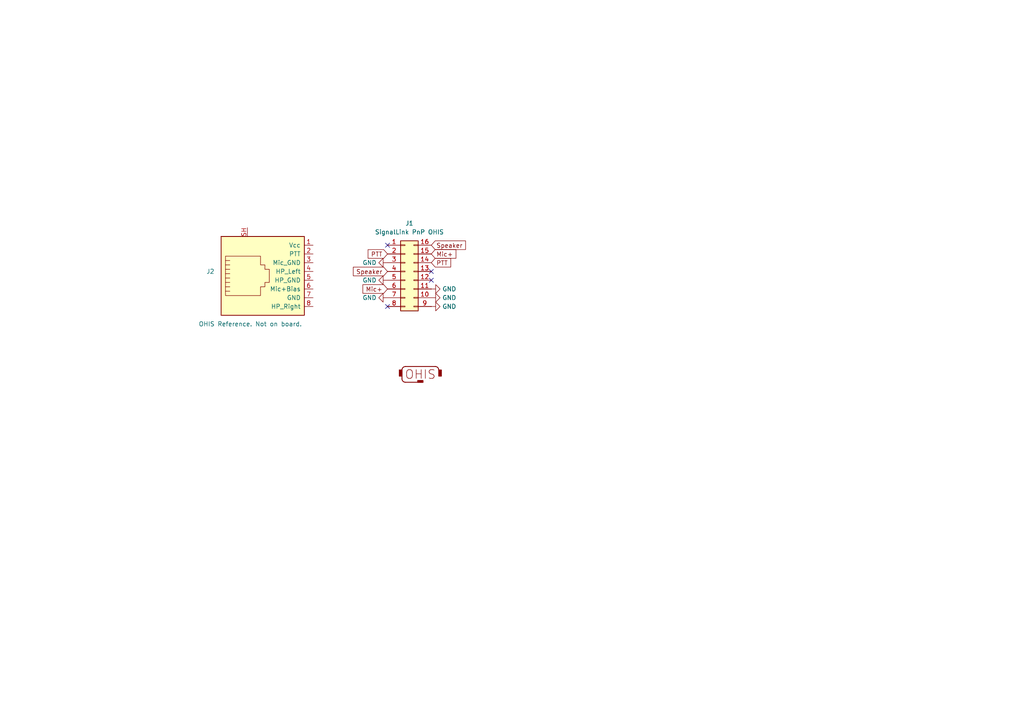
<source format=kicad_sch>
(kicad_sch (version 20231120) (generator "eeschema") (generator_version "8.0")
  (paper "A4")
  (lib_symbols
    (symbol "Connector_Generic:Conn_02x08_Counter_Clockwise" (pin_names (offset 1.016) hide)
      (property "Reference" "J" (at 1.27 10.16 0))
      (property "Value" "Conn_02x08_Counter_Clockwise" (at 1.27 -12.7 0))
      (symbol "Conn_02x08_Counter_Clockwise_1_1"
        (rectangle (start -1.27 -10.033) (end 0 -10.287) (stroke (width 0.1524)))
        (rectangle (start -1.27 -7.493) (end 0 -7.747) (stroke (width 0.1524)))
        (rectangle (start -1.27 -4.953) (end 0 -5.207) (stroke (width 0.1524)))
        (rectangle (start -1.27 -2.413) (end 0 -2.667) (stroke (width 0.1524)))
        (rectangle (start -1.27 0.127) (end 0 -0.127) (stroke (width 0.1524)))
        (rectangle (start -1.27 2.667) (end 0 2.413) (stroke (width 0.1524)))
        (rectangle (start -1.27 5.207) (end 0 4.953) (stroke (width 0.1524)))
        (rectangle (start -1.27 7.747) (end 0 7.493) (stroke (width 0.1524)))
        (rectangle (start -1.27 8.89) (end 3.81 -11.43) (stroke (width 0.254)) (fill (type background)))
        (rectangle (start 3.81 -10.033) (end 2.54 -10.287) (stroke (width 0.1524)))
        (rectangle (start 3.81 -7.493) (end 2.54 -7.747) (stroke (width 0.1524)))
        (rectangle (start 3.81 -4.953) (end 2.54 -5.207) (stroke (width 0.1524)))
        (rectangle (start 3.81 -2.413) (end 2.54 -2.667) (stroke (width 0.1524)))
        (rectangle (start 3.81 0.127) (end 2.54 -0.127) (stroke (width 0.1524)))
        (rectangle (start 3.81 2.667) (end 2.54 2.413) (stroke (width 0.1524)))
        (rectangle (start 3.81 5.207) (end 2.54 4.953) (stroke (width 0.1524)))
        (rectangle (start 3.81 7.747) (end 2.54 7.493) (stroke (width 0.1524)))
        (pin passive line (at -5.08 7.62 0) (length 3.81) (name "Pin_1") (number "1"))
        (pin passive line (at 7.62 -7.62 180) (length 3.81) (name "Pin_10") (number "10"))
        (pin passive line (at 7.62 -5.08 180) (length 3.81) (name "Pin_11") (number "11"))
        (pin passive line (at 7.62 -2.54 180) (length 3.81) (name "Pin_12") (number "12"))
        (pin passive line (at 7.62 0 180) (length 3.81) (name "Pin_13") (number "13"))
        (pin passive line (at 7.62 2.54 180) (length 3.81) (name "Pin_14") (number "14"))
        (pin passive line (at 7.62 5.08 180) (length 3.81) (name "Pin_15") (number "15"))
        (pin passive line (at 7.62 7.62 180) (length 3.81) (name "Pin_16") (number "16"))
        (pin passive line (at -5.08 5.08 0) (length 3.81) (name "Pin_2") (number "2"))
        (pin passive line (at -5.08 2.54 0) (length 3.81) (name "Pin_3") (number "3"))
        (pin passive line (at -5.08 0 0) (length 3.81) (name "Pin_4") (number "4"))
        (pin passive line (at -5.08 -2.54 0) (length 3.81) (name "Pin_5") (number "5"))
        (pin passive line (at -5.08 -5.08 0) (length 3.81) (name "Pin_6") (number "6"))
        (pin passive line (at -5.08 -7.62 0) (length 3.81) (name "Pin_7") (number "7"))
        (pin passive line (at -5.08 -10.16 0) (length 3.81) (name "Pin_8") (number "8"))
        (pin passive line (at 7.62 -10.16 180) (length 3.81) (name "Pin_9") (number "9"))
      )
    )
    (symbol "OHIS:Conn_RJ45_OHIS_Shield" (pin_names (offset 1.016))
      (property "Reference" "J" (at -5.08 13.97 0))
      (property "Value" "Conn_RJ45_OHIS_Shield" (at -8.89 17.78 0))
      (symbol "Conn_RJ45_OHIS_Shield_0_1"
        (rectangle (start -7.62 12.7) (end 16.51 -10.16) (stroke (width 0.254)) (fill (type background)))
        (polyline (pts (xy -5.08 4.445) (xy -6.35 4.445)))
        (polyline (pts (xy -5.08 5.715) (xy -6.35 5.715)))
        (polyline (pts (xy -6.35 -3.175) (xy -5.08 -3.175) (xy -5.08 -3.175)))
        (polyline (pts (xy -6.35 -1.905) (xy -5.08 -1.905) (xy -5.08 -1.905)))
        (polyline (pts (xy -6.35 -0.635) (xy -5.08 -0.635) (xy -5.08 -0.635)))
        (polyline (pts (xy -6.35 0.635) (xy -5.08 0.635) (xy -5.08 0.635)))
        (polyline (pts (xy -6.35 1.905) (xy -5.08 1.905) (xy -5.08 1.905)))
        (polyline (pts (xy -5.08 3.175) (xy -6.35 3.175) (xy -6.35 3.175)))
        (polyline (pts (xy -6.35 -4.445) (xy -6.35 6.985) (xy 3.81 6.985) (xy 3.81 4.445) (xy 5.08 4.445) (xy 5.08 3.175) (xy 6.35 3.175) (xy 6.35 -0.635) (xy 5.08 -0.635) (xy 5.08 -1.905) (xy 3.81 -1.905) (xy 3.81 -4.445) (xy -6.35 -4.445) (xy -6.35 -4.445)))
      )
      (symbol "Conn_RJ45_OHIS_Shield_1_1"
        (pin passive line (at 19.05 -7.62 180) (length 2.54) (name "Vcc") (number "1"))
        (pin passive line (at 19.05 -5.08 180) (length 2.54) (name "PTT") (number "2"))
        (pin passive line (at 19.05 -2.54 180) (length 2.54) (name "Mic_GND") (number "3"))
        (pin passive line (at 19.05 0 180) (length 2.54) (name "HP_Left") (number "4"))
        (pin passive line (at 19.05 2.54 180) (length 2.54) (name "HP_GND") (number "5"))
        (pin passive line (at 19.05 5.08 180) (length 2.54) (name "Mic+Bias") (number "6"))
        (pin passive line (at 19.05 7.62 180) (length 2.54) (name "GND") (number "7"))
        (pin passive line (at 19.05 10.16 180) (length 2.54) (name "HP_Right") (number "8"))
        (pin passive line (at 0 -12.7 90) (length 2.54) (name "~") (number "SH"))
      )
    )
    (symbol "OHIS:Logo_OHIS" (in_bom no)
      (symbol "Logo_OHIS_0_0"
        (rectangle (start -6.096 1.27) (end -5.334 -0.508) (stroke (width 0.254)) (fill (type outline)))
        (arc (start -5.3341 -1.2701) (mid -5.0365 -1.9885) (end -4.3181 -2.2861) (stroke (width 0.254)))
        (arc (start -4.318 2.286) (mid -5.0364 1.9884) (end -5.334 1.27) (stroke (width 0.254)))
        (rectangle (start -0.762 -1.778) (end 0.762 -2.286) (stroke (width 0.254)) (fill (type outline)))
        (polyline (pts (xy -5.334 1.27) (xy -5.334 -1.27)) (stroke (width 0.254)))
        (polyline (pts (xy -4.318 -2.286) (xy 0.762 -2.286)) (stroke (width 0.254)))
        (polyline (pts (xy 4.318 2.286) (xy -4.318 2.286)) (stroke (width 0.254)))
        (arc (start 5.3341 1.2701) (mid 5.0365 1.9885) (end 4.3181 2.2861) (stroke (width 0.254)))
        (rectangle (start 5.334 1.27) (end 6.096 -0.508) (stroke (width 0.254)) (fill (type outline)))
        (text "OHIS" (at 0 0 0) (effects (font (size 2.54 2.54))))
      )
    )
    (symbol "power:GND" (power) (pin_numbers hide) (pin_names (offset 0) hide)
      (property "Value" "GND" (at 0 -3.81 0))
      (symbol "GND_0_1"
        (polyline (pts (xy 0 0) (xy 0 -1.27) (xy 1.27 -1.27) (xy 0 -2.54) (xy -1.27 -1.27) (xy 0 -1.27)))
      )
      (symbol "GND_1_1"
        (pin power_in line (at 0 0 270) (length 0) (name "~") (number "1"))
      )
    )
  )
  (no_connect (at 112.395 71.12))
  (no_connect (at 125.095 78.74))
  (no_connect (at 125.095 81.28))
  (no_connect (at 112.395 88.9))
  (global_label "Speaker" (shape input) (at 125.095 71.12 0) (property "Intersheetrefs" "${INTERSHEET_REFS}" (effects (hide yes))))
  (global_label "PTT" (shape input) (at 112.395 73.66 180) (property "Intersheetrefs" "${INTERSHEET_REFS}" (effects (hide yes))))
  (global_label "Mic+" (shape input) (at 112.395 83.82 180) (property "Intersheetrefs" "${INTERSHEET_REFS}" (effects (hide yes))))
  (global_label "Speaker" (shape input) (at 112.395 78.74 180) (property "Intersheetrefs" "${INTERSHEET_REFS}" (effects (hide yes))))
  (global_label "PTT" (shape input) (at 125.095 76.2 0) (property "Intersheetrefs" "${INTERSHEET_REFS}" (effects (hide yes))))
  (global_label "Mic+" (shape input) (at 125.095 73.66 0) (property "Intersheetrefs" "${INTERSHEET_REFS}" (effects (hide yes))))
  (symbol (lib_id "Connector_Generic:Conn_02x08_Counter_Clockwise") (at 117.475 78.74 0) (unit 1)
    (property "Reference" "J1" (at 118.745 64.77 0))
    (property "Value" "SignalLink PnP OHIS" (at 118.745 67.31 0))
    (property "Footprint" "Package_DIP:DIP-16_W7.62mm" (effects (hide yes)))
    (property "Description" "Generic connector, double row, 02x08, counter clockwise pin numbering scheme (similar to DIP package numbering), script generated (kicad-library-utils/schlib/autogen/connector/)" (effects (hide yes)))
  )
  (symbol (lib_id "OHIS:Conn_RJ45_OHIS_Shield") (at 71.755 78.74 0) (mirror x) (unit 1) (exclude_from_sim yes) (in_bom no) (on_board no)
    (property "Reference" "J2" (at 62.23 78.7399 0) (effects (justify right)))
    (property "Value" "OHIS Reference. Not on board." (at 87.63 93.98 0) (effects (justify right)))
    (property "Description" "RJ connector, 8P8C (8 positions 8 connected), two LEDs, RJ45, Shielded" (effects (hide yes)))
  )
  (symbol (lib_id "OHIS:Logo_OHIS") (at 121.92 108.585 0) (unit 1) (in_bom no)
    (property "Reference" "G1" (effects (hide yes)))
    (property "Value" "Logo_OHIS" (effects (hide yes)))
    (property "Footprint" "OHIS:Logo_OHIS_Medium" (effects (hide yes)))
  )
  (symbol (lib_id "power:GND") (at 125.095 86.36 90) (unit 1)
    (property "Reference" "#PWR02" (effects (hide yes)))
    (property "Value" "GND" (at 128.27 86.3599 90) (effects (justify right)))
    (property "Description" "Power symbol creates a global label with name \"GND\" , ground" (effects (hide yes)))
  )
  (symbol (lib_id "power:GND") (at 125.095 88.9 90) (unit 1)
    (property "Reference" "#PWR01" (effects (hide yes)))
    (property "Value" "GND" (at 128.27 88.8999 90) (effects (justify right)))
    (property "Description" "Power symbol creates a global label with name \"GND\" , ground" (effects (hide yes)))
  )
  (symbol (lib_id "power:GND") (at 112.395 76.2 270) (mirror x) (unit 1)
    (property "Reference" "#PWR04" (effects (hide yes)))
    (property "Value" "GND" (at 109.22 76.1999 90) (effects (justify right)))
    (property "Description" "Power symbol creates a global label with name \"GND\" , ground" (effects (hide yes)))
  )
  (symbol (lib_id "power:GND") (at 125.095 83.82 90) (unit 1)
    (property "Reference" "#PWR03" (effects (hide yes)))
    (property "Value" "GND" (at 128.27 83.8199 90) (effects (justify right)))
    (property "Description" "Power symbol creates a global label with name \"GND\" , ground" (effects (hide yes)))
  )
  (symbol (lib_id "power:GND") (at 112.395 86.36 270) (mirror x) (unit 1)
    (property "Reference" "#PWR06" (effects (hide yes)))
    (property "Value" "GND" (at 109.22 86.3599 90) (effects (justify right)))
    (property "Description" "Power symbol creates a global label with name \"GND\" , ground" (effects (hide yes)))
  )
  (symbol (lib_id "power:GND") (at 112.395 81.28 270) (mirror x) (unit 1)
    (property "Reference" "#PWR05" (effects (hide yes)))
    (property "Value" "GND" (at 109.22 81.2799 90) (effects (justify right)))
    (property "Description" "Power symbol creates a global label with name \"GND\" , ground" (effects (hide yes)))
  )
)
</source>
